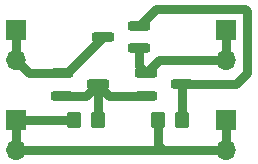
<source format=gbr>
%TF.GenerationSoftware,KiCad,Pcbnew,8.0.1*%
%TF.CreationDate,2024-04-20T17:27:10-04:00*%
%TF.ProjectId,ideal_diode,69646561-6c5f-4646-996f-64652e6b6963,rev?*%
%TF.SameCoordinates,PX8c61800PY5bbe540*%
%TF.FileFunction,Copper,L2,Bot*%
%TF.FilePolarity,Positive*%
%FSLAX46Y46*%
G04 Gerber Fmt 4.6, Leading zero omitted, Abs format (unit mm)*
G04 Created by KiCad (PCBNEW 8.0.1) date 2024-04-20 17:27:10*
%MOMM*%
%LPD*%
G01*
G04 APERTURE LIST*
G04 Aperture macros list*
%AMRoundRect*
0 Rectangle with rounded corners*
0 $1 Rounding radius*
0 $2 $3 $4 $5 $6 $7 $8 $9 X,Y pos of 4 corners*
0 Add a 4 corners polygon primitive as box body*
4,1,4,$2,$3,$4,$5,$6,$7,$8,$9,$2,$3,0*
0 Add four circle primitives for the rounded corners*
1,1,$1+$1,$2,$3*
1,1,$1+$1,$4,$5*
1,1,$1+$1,$6,$7*
1,1,$1+$1,$8,$9*
0 Add four rect primitives between the rounded corners*
20,1,$1+$1,$2,$3,$4,$5,0*
20,1,$1+$1,$4,$5,$6,$7,0*
20,1,$1+$1,$6,$7,$8,$9,0*
20,1,$1+$1,$8,$9,$2,$3,0*%
G04 Aperture macros list end*
%TA.AperFunction,ComponentPad*%
%ADD10R,1.700000X1.700000*%
%TD*%
%TA.AperFunction,ComponentPad*%
%ADD11O,1.700000X1.700000*%
%TD*%
%TA.AperFunction,SMDPad,CuDef*%
%ADD12RoundRect,0.250000X0.350000X0.450000X-0.350000X0.450000X-0.350000X-0.450000X0.350000X-0.450000X0*%
%TD*%
%TA.AperFunction,SMDPad,CuDef*%
%ADD13RoundRect,0.200000X-0.750000X-0.200000X0.750000X-0.200000X0.750000X0.200000X-0.750000X0.200000X0*%
%TD*%
%TA.AperFunction,SMDPad,CuDef*%
%ADD14RoundRect,0.200000X0.750000X0.200000X-0.750000X0.200000X-0.750000X-0.200000X0.750000X-0.200000X0*%
%TD*%
%TA.AperFunction,Conductor*%
%ADD15C,0.800000*%
%TD*%
G04 APERTURE END LIST*
D10*
%TO.P,J4,1,Pin_1*%
%TO.N,GND*%
X20580000Y-11420000D03*
D11*
%TO.P,J4,2,Pin_2*%
X20580000Y-13960000D03*
%TD*%
%TO.P,J3,2,Pin_2*%
%TO.N,/Vout*%
X20580000Y-6340000D03*
D10*
%TO.P,J3,1,Pin_1*%
X20580000Y-3800000D03*
%TD*%
%TO.P,J2,1,Pin_1*%
%TO.N,GND*%
X2800000Y-11420000D03*
D11*
%TO.P,J2,2,Pin_2*%
X2800000Y-13960000D03*
%TD*%
%TO.P,J1,2,Pin_2*%
%TO.N,/Vin*%
X2800000Y-6340000D03*
D10*
%TO.P,J1,1,Pin_1*%
X2800000Y-3800000D03*
%TD*%
D12*
%TO.P,R2,1*%
%TO.N,Net-(Q1-G)*%
X16800000Y-11400000D03*
%TO.P,R2,2*%
%TO.N,GND*%
X14800000Y-11400000D03*
%TD*%
%TO.P,R1,1*%
%TO.N,Net-(Q2-B)*%
X9700000Y-11400000D03*
%TO.P,R1,2*%
%TO.N,GND*%
X7700000Y-11400000D03*
%TD*%
D13*
%TO.P,Q3,1,B*%
%TO.N,Net-(Q2-B)*%
X13800000Y-9350000D03*
%TO.P,Q3,2,E*%
%TO.N,/Vout*%
X13800000Y-7450000D03*
%TO.P,Q3,3,C*%
%TO.N,Net-(Q1-G)*%
X16800000Y-8400000D03*
%TD*%
%TO.P,Q2,1,B*%
%TO.N,Net-(Q2-B)*%
X6700000Y-9350000D03*
%TO.P,Q2,2,E*%
%TO.N,/Vin*%
X6700000Y-7450000D03*
%TO.P,Q2,3,C*%
%TO.N,Net-(Q2-B)*%
X9700000Y-8400000D03*
%TD*%
D14*
%TO.P,Q1,1,G*%
%TO.N,Net-(Q1-G)*%
X13190000Y-3450000D03*
%TO.P,Q1,2,S*%
%TO.N,/Vout*%
X13190000Y-5350000D03*
%TO.P,Q1,3,D*%
%TO.N,/Vin*%
X10190000Y-4400000D03*
%TD*%
D15*
%TO.N,Net-(Q1-G)*%
X16800000Y-8400000D02*
X21400000Y-8400000D01*
X21400000Y-8400000D02*
X22378157Y-7421843D01*
X22378157Y-7421843D02*
X22378157Y-2178157D01*
X22378157Y-2178157D02*
X22200000Y-2000000D01*
X22200000Y-2000000D02*
X14640000Y-2000000D01*
X14640000Y-2000000D02*
X13190000Y-3450000D01*
%TO.N,GND*%
X20580000Y-13960000D02*
X15200000Y-13960000D01*
X15200000Y-13960000D02*
X2800000Y-13960000D01*
X14800000Y-11400000D02*
X14800000Y-13560000D01*
X14800000Y-13560000D02*
X15200000Y-13960000D01*
X7700000Y-11400000D02*
X2820000Y-11400000D01*
X2820000Y-11400000D02*
X2800000Y-11420000D01*
X2800000Y-13960000D02*
X2800000Y-11420000D01*
%TO.N,/Vout*%
X13190000Y-6840000D02*
X13800000Y-7450000D01*
X14910000Y-6340000D02*
X13800000Y-7450000D01*
X13190000Y-5350000D02*
X13190000Y-6840000D01*
X20580000Y-6340000D02*
X14910000Y-6340000D01*
X20580000Y-3800000D02*
X20580000Y-6340000D01*
%TO.N,/Vin*%
X6700000Y-7450000D02*
X7140000Y-7450000D01*
X6700000Y-7450000D02*
X3910000Y-7450000D01*
X2800000Y-3800000D02*
X2800000Y-6340000D01*
X7140000Y-7450000D02*
X10190000Y-4400000D01*
X3910000Y-7450000D02*
X2800000Y-6340000D01*
%TO.N,GND*%
X20580000Y-11420000D02*
X20580000Y-13960000D01*
%TO.N,Net-(Q2-B)*%
X6700000Y-9350000D02*
X8750000Y-9350000D01*
X8750000Y-9350000D02*
X9700000Y-8400000D01*
X13800000Y-9350000D02*
X10650000Y-9350000D01*
X9700000Y-8400000D02*
X9700000Y-11400000D01*
X10650000Y-9350000D02*
X9700000Y-8400000D01*
%TO.N,Net-(Q1-G)*%
X16800000Y-11400000D02*
X16800000Y-8400000D01*
%TD*%
M02*

</source>
